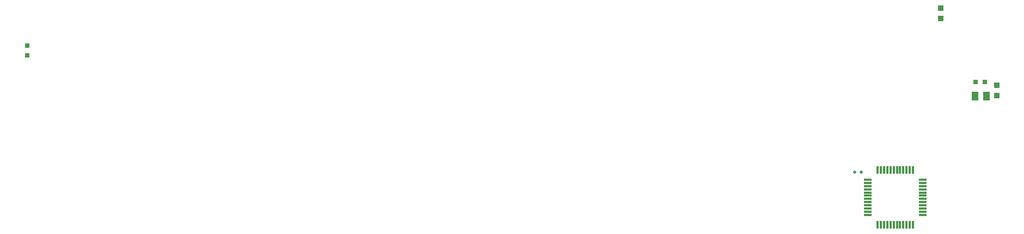
<source format=gbr>
G04 ================== begin FILE IDENTIFICATION RECORD ==================*
G04 Layout Name:  C:/NOW_WORK/VoloKh/CPI2/MAIN/BRD/CPI2_MAIN.brd*
G04 Film Name:    PASTE_TOP*
G04 File Format:  Gerber RS274X*
G04 File Origin:  Cadence Allegro 17.2-S074*
G04 Origin Date:  Tue Mar 30 10:27:56 2021*
G04 *
G04 Layer:  PIN/PASTEMASK_TOP*
G04 Layer:  PACKAGE GEOMETRY/PASTEMASK_TOP*
G04 *
G04 Offset:    (0.0000 0.0000)*
G04 Mirror:    No*
G04 Mode:      Positive*
G04 Rotation:  0*
G04 FullContactRelief:  No*
G04 UndefLineWidth:     0.1000*
G04 ================== end FILE IDENTIFICATION RECORD ====================*
%FSLAX25Y25*MOMM*%
%IR0*IPPOS*OFA0.00000B0.00000*MIA0B0*SFA1.00000B1.00000*%
%ADD12R,.3X1.2*%
%ADD11R,1.2X.3*%
%ADD13C,.5*%
%ADD14R,.9X.9*%
%ADD15R,1.05X1.4*%
%ADD10R,.8X.8*%
%ADD16R,.8X.8*%
%LPD*%
G75*
G54D10*
X95000Y3815000D03*
Y3965000D03*
G54D11*
X13175000Y1775000D03*
Y1725000D03*
Y1675000D03*
Y1625000D03*
Y1575000D03*
Y1525000D03*
Y1475000D03*
Y1425000D03*
Y1375000D03*
Y1325000D03*
Y1875000D03*
Y1825000D03*
X14025000Y1325000D03*
Y1375000D03*
Y1425000D03*
Y1475000D03*
Y1525000D03*
Y1575000D03*
Y1625000D03*
Y1675000D03*
Y1725000D03*
Y1775000D03*
Y1825000D03*
Y1875000D03*
G54D12*
X13325000Y1175000D03*
X13375000D03*
X13425000D03*
X13475000D03*
X13525000D03*
X13575000D03*
Y2025000D03*
X13525000D03*
X13475000D03*
X13425000D03*
X13375000D03*
X13325000D03*
X13625000Y1175000D03*
X13675000D03*
X13725000D03*
X13775000D03*
X13825000D03*
X13875000D03*
Y2025000D03*
X13825000D03*
X13775000D03*
X13725000D03*
X13675000D03*
X13625000D03*
G54D13*
X12970000Y1990000D03*
X13070000D03*
G54D14*
X14310000Y4390000D03*
Y4550000D03*
X15180000Y3190000D03*
Y3350000D03*
G54D15*
X14840000Y3180000D03*
X15020000D03*
G54D16*
X14995000Y3400000D03*
X14845000D03*
M02*

</source>
